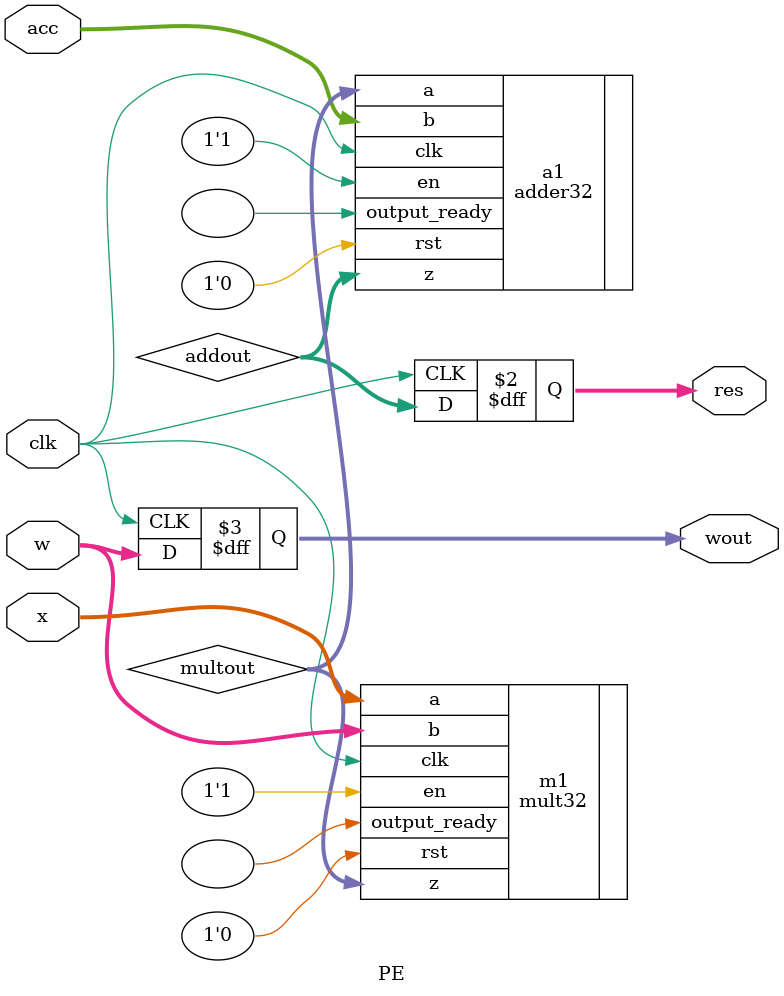
<source format=v>
module PE (input [31:0] x, input [31:0] w, input [31:0] acc, output reg [31:0] res, input clk, output reg [31:0] wout);
  
  reg [31:0] S1;
  
  wire [31:0] addout,multout;
  always @(posedge clk) begin
    res <= addout;
   // res <= S1;
    wout <= w;
  end
  
mult32 m1(.clk(clk),.en(1'b1),.rst(1'b0),.a(x),.b(w),.z(multout),.output_ready());
adder32 a1(.clk(clk),.en(1'b1),.rst(1'b0),.a(multout),.b(acc),.z(addout),.output_ready());
endmodule
</source>
